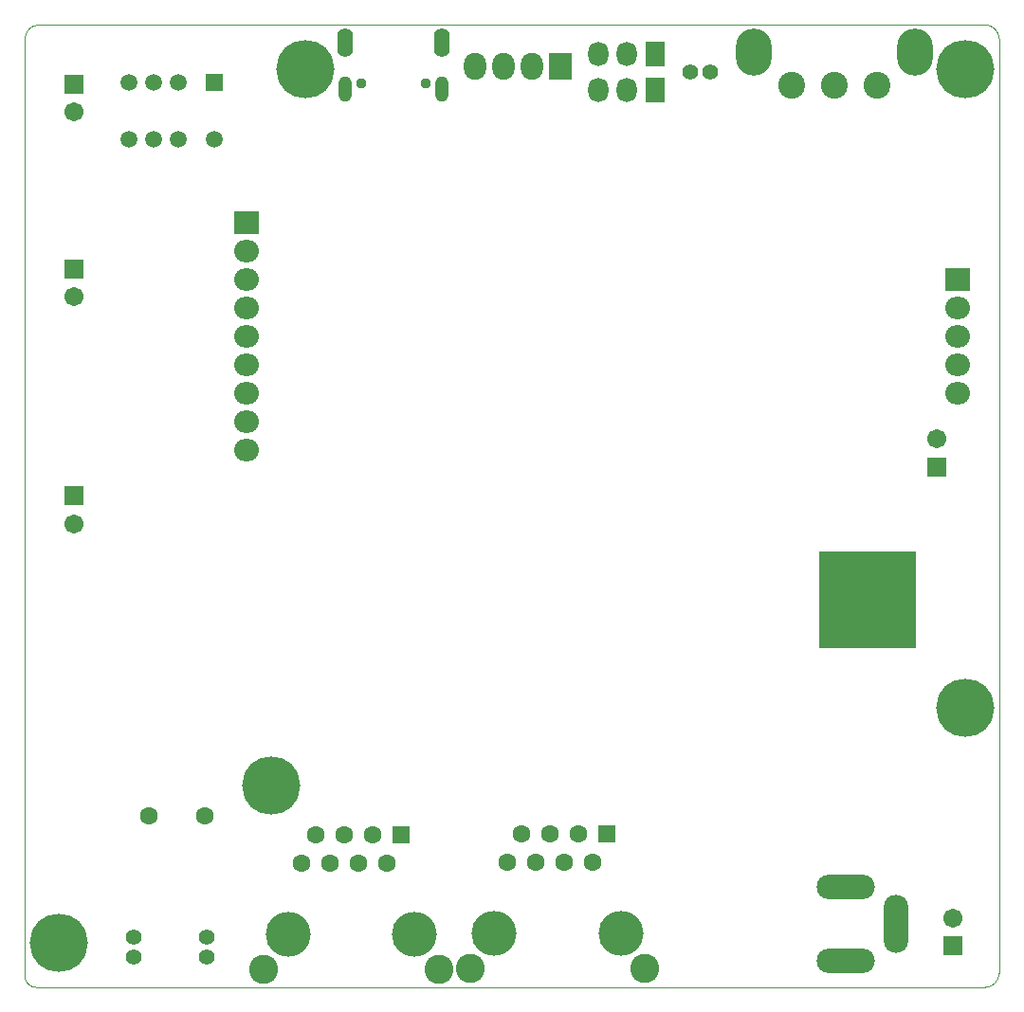
<source format=gbs>
G04*
G04 #@! TF.GenerationSoftware,Altium Limited,Altium Designer,21.0.9 (235)*
G04*
G04 Layer_Color=16711935*
%FSLAX25Y25*%
%MOIN*%
G70*
G04*
G04 #@! TF.SameCoordinates,43861E83-1D47-4714-A818-AF3DA279242D*
G04*
G04*
G04 #@! TF.FilePolarity,Negative*
G04*
G01*
G75*
%ADD11C,0.00394*%
%ADD38R,0.34265X0.34265*%
%ADD55C,0.06312*%
%ADD56C,0.10249*%
%ADD57C,0.15761*%
%ADD58R,0.06312X0.06312*%
%ADD59C,0.06706*%
%ADD60R,0.06706X0.06706*%
%ADD61C,0.05918*%
%ADD62R,0.05918X0.05918*%
%ADD63O,0.05524X0.10249*%
%ADD64O,0.04737X0.09068*%
%ADD65C,0.03753*%
%ADD66R,0.07874X0.09449*%
%ADD67O,0.07874X0.09449*%
%ADD68O,0.07087X0.08661*%
%ADD69R,0.07087X0.08661*%
%ADD70C,0.05524*%
%ADD71C,0.09461*%
%ADD72O,0.12611X0.16548*%
%ADD73C,0.20485*%
%ADD74O,0.08674X0.07887*%
%ADD75R,0.08674X0.07887*%
%ADD76O,0.20485X0.08674*%
%ADD77O,0.08674X0.20485*%
%ADD78C,0.02375*%
D11*
X386890Y574803D02*
G03*
X381890Y569803I0J-5000D01*
G01*
X724409D02*
G03*
X719410Y574803I-5000J0D01*
G01*
X381890Y240158D02*
G03*
X385827Y236221I3937J0D01*
G01*
X719410D02*
G03*
X724409Y241220I0J5000D01*
G01*
X381890Y565866D02*
Y569803D01*
X724409Y565866D02*
Y569803D01*
Y413386D02*
Y565866D01*
X386890Y574803D02*
X719410D01*
X381890Y385827D02*
Y565866D01*
Y240158D02*
Y244094D01*
X385827Y236221D02*
X390827D01*
X692913D02*
X719410D01*
X724409Y241220D02*
Y417323D01*
X381890Y241220D02*
Y385827D01*
X390827Y236221D02*
X692913D01*
D38*
X677953Y372441D02*
D03*
D55*
X445276Y296457D02*
D03*
X425591D02*
D03*
X479153Y279882D02*
D03*
X484154Y289724D02*
D03*
X494153D02*
D03*
X489153Y279724D02*
D03*
X504153Y289724D02*
D03*
X499154Y279724D02*
D03*
X509154D02*
D03*
X551594Y280276D02*
D03*
X556595Y290118D02*
D03*
X566595D02*
D03*
X561594Y280118D02*
D03*
X576594Y290118D02*
D03*
X571594Y280118D02*
D03*
X581595D02*
D03*
D56*
X465945Y242520D02*
D03*
X527362D02*
D03*
X538386Y242913D02*
D03*
X599803D02*
D03*
D57*
X518898Y254724D02*
D03*
X474409D02*
D03*
X591339Y255118D02*
D03*
X546850D02*
D03*
D58*
X514153Y289724D02*
D03*
X586594Y290118D02*
D03*
D59*
X399213Y479134D02*
D03*
Y544095D02*
D03*
X702362Y429134D02*
D03*
X708268Y260630D02*
D03*
X399213Y399213D02*
D03*
D60*
X399213Y488976D02*
D03*
Y553937D02*
D03*
X702362Y419291D02*
D03*
X708268Y250787D02*
D03*
X399213Y409055D02*
D03*
D61*
X448425Y534488D02*
D03*
X435827D02*
D03*
X427165D02*
D03*
X418504D02*
D03*
Y554488D02*
D03*
X427165D02*
D03*
X435827D02*
D03*
D62*
X448425D02*
D03*
D63*
X494449Y568701D02*
D03*
X528465D02*
D03*
D64*
X494449Y552362D02*
D03*
X528465D02*
D03*
D65*
X522835Y554331D02*
D03*
X500079D02*
D03*
D66*
X570236Y560236D02*
D03*
D67*
X560236D02*
D03*
X540236D02*
D03*
X550236D02*
D03*
D68*
X583465Y564567D02*
D03*
X593465D02*
D03*
X583543Y551968D02*
D03*
X593543D02*
D03*
D69*
X603465Y564567D02*
D03*
X603543Y551968D02*
D03*
D70*
X622835Y558071D02*
D03*
X615748D02*
D03*
X420276Y246850D02*
D03*
Y253937D02*
D03*
X445669Y246850D02*
D03*
Y253937D02*
D03*
D71*
X666535Y553543D02*
D03*
X681496D02*
D03*
X651575D02*
D03*
D72*
X694882Y565354D02*
D03*
X638189D02*
D03*
D73*
X712598Y334646D02*
D03*
X480315Y559055D02*
D03*
X712598D02*
D03*
X468504Y307087D02*
D03*
X393701Y251969D02*
D03*
D74*
X459842Y425276D02*
D03*
X709842Y475276D02*
D03*
Y465276D02*
D03*
Y455276D02*
D03*
Y445276D02*
D03*
X459842Y435276D02*
D03*
Y445276D02*
D03*
Y455276D02*
D03*
Y465276D02*
D03*
Y475276D02*
D03*
Y485276D02*
D03*
Y495276D02*
D03*
D75*
X709842Y485276D02*
D03*
X459842Y505276D02*
D03*
D76*
X670472Y245669D02*
D03*
Y271654D02*
D03*
D77*
X688189Y258661D02*
D03*
D78*
X664696Y359048D02*
D03*
X671260Y359449D02*
D03*
X677559D02*
D03*
X683858D02*
D03*
X690158D02*
D03*
X690422Y366149D02*
D03*
X684123D02*
D03*
X677823D02*
D03*
X671524D02*
D03*
X664961Y365748D02*
D03*
X665225Y378748D02*
D03*
X671788Y379149D02*
D03*
X678088D02*
D03*
X684387D02*
D03*
X690686D02*
D03*
X690422Y372448D02*
D03*
X684123D02*
D03*
X677823D02*
D03*
X671524D02*
D03*
X664961Y372047D02*
D03*
X690422Y385047D02*
D03*
X684123D02*
D03*
X677823D02*
D03*
X671524D02*
D03*
X664961Y384646D02*
D03*
M02*

</source>
